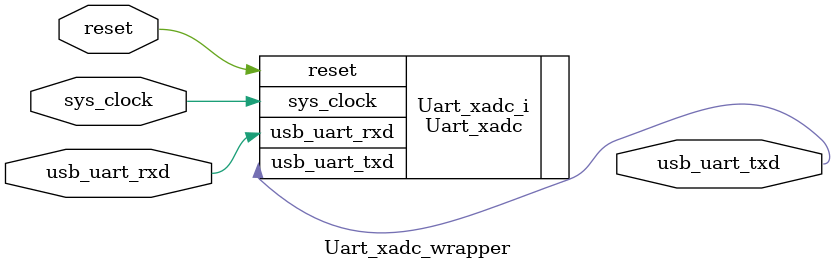
<source format=v>
`timescale 1 ps / 1 ps

module Uart_xadc_wrapper
   (reset,
    sys_clock,
    usb_uart_rxd,
    usb_uart_txd);
  input reset;
  input sys_clock;
  input usb_uart_rxd;
  output usb_uart_txd;

  wire reset;
  wire sys_clock;
  wire usb_uart_rxd;
  wire usb_uart_txd;

  Uart_xadc Uart_xadc_i
       (.reset(reset),
        .sys_clock(sys_clock),
        .usb_uart_rxd(usb_uart_rxd),
        .usb_uart_txd(usb_uart_txd));
endmodule

</source>
